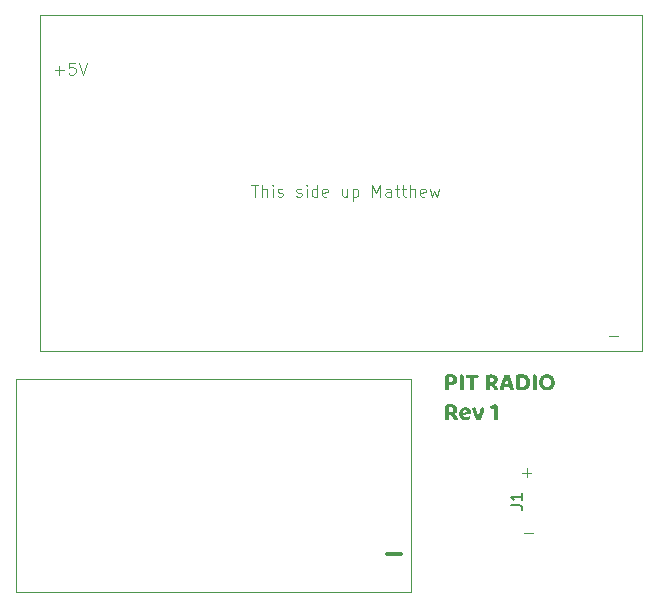
<source format=gbr>
%TF.GenerationSoftware,KiCad,Pcbnew,8.0.6*%
%TF.CreationDate,2025-03-02T18:23:20-07:00*%
%TF.ProjectId,Pit Radio,50697420-5261-4646-996f-2e6b69636164,rev?*%
%TF.SameCoordinates,Original*%
%TF.FileFunction,Legend,Top*%
%TF.FilePolarity,Positive*%
%FSLAX46Y46*%
G04 Gerber Fmt 4.6, Leading zero omitted, Abs format (unit mm)*
G04 Created by KiCad (PCBNEW 8.0.6) date 2025-03-02 18:23:20*
%MOMM*%
%LPD*%
G01*
G04 APERTURE LIST*
%ADD10C,0.100000*%
%ADD11C,0.300000*%
%ADD12C,0.150000*%
G04 APERTURE END LIST*
D10*
X116091027Y-110282419D02*
X116662455Y-110282419D01*
X116376741Y-111282419D02*
X116376741Y-110282419D01*
X116995789Y-111282419D02*
X116995789Y-110282419D01*
X117424360Y-111282419D02*
X117424360Y-110758609D01*
X117424360Y-110758609D02*
X117376741Y-110663371D01*
X117376741Y-110663371D02*
X117281503Y-110615752D01*
X117281503Y-110615752D02*
X117138646Y-110615752D01*
X117138646Y-110615752D02*
X117043408Y-110663371D01*
X117043408Y-110663371D02*
X116995789Y-110710990D01*
X117900551Y-111282419D02*
X117900551Y-110615752D01*
X117900551Y-110282419D02*
X117852932Y-110330038D01*
X117852932Y-110330038D02*
X117900551Y-110377657D01*
X117900551Y-110377657D02*
X117948170Y-110330038D01*
X117948170Y-110330038D02*
X117900551Y-110282419D01*
X117900551Y-110282419D02*
X117900551Y-110377657D01*
X118329122Y-111234800D02*
X118424360Y-111282419D01*
X118424360Y-111282419D02*
X118614836Y-111282419D01*
X118614836Y-111282419D02*
X118710074Y-111234800D01*
X118710074Y-111234800D02*
X118757693Y-111139561D01*
X118757693Y-111139561D02*
X118757693Y-111091942D01*
X118757693Y-111091942D02*
X118710074Y-110996704D01*
X118710074Y-110996704D02*
X118614836Y-110949085D01*
X118614836Y-110949085D02*
X118471979Y-110949085D01*
X118471979Y-110949085D02*
X118376741Y-110901466D01*
X118376741Y-110901466D02*
X118329122Y-110806228D01*
X118329122Y-110806228D02*
X118329122Y-110758609D01*
X118329122Y-110758609D02*
X118376741Y-110663371D01*
X118376741Y-110663371D02*
X118471979Y-110615752D01*
X118471979Y-110615752D02*
X118614836Y-110615752D01*
X118614836Y-110615752D02*
X118710074Y-110663371D01*
X119900551Y-111234800D02*
X119995789Y-111282419D01*
X119995789Y-111282419D02*
X120186265Y-111282419D01*
X120186265Y-111282419D02*
X120281503Y-111234800D01*
X120281503Y-111234800D02*
X120329122Y-111139561D01*
X120329122Y-111139561D02*
X120329122Y-111091942D01*
X120329122Y-111091942D02*
X120281503Y-110996704D01*
X120281503Y-110996704D02*
X120186265Y-110949085D01*
X120186265Y-110949085D02*
X120043408Y-110949085D01*
X120043408Y-110949085D02*
X119948170Y-110901466D01*
X119948170Y-110901466D02*
X119900551Y-110806228D01*
X119900551Y-110806228D02*
X119900551Y-110758609D01*
X119900551Y-110758609D02*
X119948170Y-110663371D01*
X119948170Y-110663371D02*
X120043408Y-110615752D01*
X120043408Y-110615752D02*
X120186265Y-110615752D01*
X120186265Y-110615752D02*
X120281503Y-110663371D01*
X120757694Y-111282419D02*
X120757694Y-110615752D01*
X120757694Y-110282419D02*
X120710075Y-110330038D01*
X120710075Y-110330038D02*
X120757694Y-110377657D01*
X120757694Y-110377657D02*
X120805313Y-110330038D01*
X120805313Y-110330038D02*
X120757694Y-110282419D01*
X120757694Y-110282419D02*
X120757694Y-110377657D01*
X121662455Y-111282419D02*
X121662455Y-110282419D01*
X121662455Y-111234800D02*
X121567217Y-111282419D01*
X121567217Y-111282419D02*
X121376741Y-111282419D01*
X121376741Y-111282419D02*
X121281503Y-111234800D01*
X121281503Y-111234800D02*
X121233884Y-111187180D01*
X121233884Y-111187180D02*
X121186265Y-111091942D01*
X121186265Y-111091942D02*
X121186265Y-110806228D01*
X121186265Y-110806228D02*
X121233884Y-110710990D01*
X121233884Y-110710990D02*
X121281503Y-110663371D01*
X121281503Y-110663371D02*
X121376741Y-110615752D01*
X121376741Y-110615752D02*
X121567217Y-110615752D01*
X121567217Y-110615752D02*
X121662455Y-110663371D01*
X122519598Y-111234800D02*
X122424360Y-111282419D01*
X122424360Y-111282419D02*
X122233884Y-111282419D01*
X122233884Y-111282419D02*
X122138646Y-111234800D01*
X122138646Y-111234800D02*
X122091027Y-111139561D01*
X122091027Y-111139561D02*
X122091027Y-110758609D01*
X122091027Y-110758609D02*
X122138646Y-110663371D01*
X122138646Y-110663371D02*
X122233884Y-110615752D01*
X122233884Y-110615752D02*
X122424360Y-110615752D01*
X122424360Y-110615752D02*
X122519598Y-110663371D01*
X122519598Y-110663371D02*
X122567217Y-110758609D01*
X122567217Y-110758609D02*
X122567217Y-110853847D01*
X122567217Y-110853847D02*
X122091027Y-110949085D01*
X124186265Y-110615752D02*
X124186265Y-111282419D01*
X123757694Y-110615752D02*
X123757694Y-111139561D01*
X123757694Y-111139561D02*
X123805313Y-111234800D01*
X123805313Y-111234800D02*
X123900551Y-111282419D01*
X123900551Y-111282419D02*
X124043408Y-111282419D01*
X124043408Y-111282419D02*
X124138646Y-111234800D01*
X124138646Y-111234800D02*
X124186265Y-111187180D01*
X124662456Y-110615752D02*
X124662456Y-111615752D01*
X124662456Y-110663371D02*
X124757694Y-110615752D01*
X124757694Y-110615752D02*
X124948170Y-110615752D01*
X124948170Y-110615752D02*
X125043408Y-110663371D01*
X125043408Y-110663371D02*
X125091027Y-110710990D01*
X125091027Y-110710990D02*
X125138646Y-110806228D01*
X125138646Y-110806228D02*
X125138646Y-111091942D01*
X125138646Y-111091942D02*
X125091027Y-111187180D01*
X125091027Y-111187180D02*
X125043408Y-111234800D01*
X125043408Y-111234800D02*
X124948170Y-111282419D01*
X124948170Y-111282419D02*
X124757694Y-111282419D01*
X124757694Y-111282419D02*
X124662456Y-111234800D01*
X126329123Y-111282419D02*
X126329123Y-110282419D01*
X126329123Y-110282419D02*
X126662456Y-110996704D01*
X126662456Y-110996704D02*
X126995789Y-110282419D01*
X126995789Y-110282419D02*
X126995789Y-111282419D01*
X127900551Y-111282419D02*
X127900551Y-110758609D01*
X127900551Y-110758609D02*
X127852932Y-110663371D01*
X127852932Y-110663371D02*
X127757694Y-110615752D01*
X127757694Y-110615752D02*
X127567218Y-110615752D01*
X127567218Y-110615752D02*
X127471980Y-110663371D01*
X127900551Y-111234800D02*
X127805313Y-111282419D01*
X127805313Y-111282419D02*
X127567218Y-111282419D01*
X127567218Y-111282419D02*
X127471980Y-111234800D01*
X127471980Y-111234800D02*
X127424361Y-111139561D01*
X127424361Y-111139561D02*
X127424361Y-111044323D01*
X127424361Y-111044323D02*
X127471980Y-110949085D01*
X127471980Y-110949085D02*
X127567218Y-110901466D01*
X127567218Y-110901466D02*
X127805313Y-110901466D01*
X127805313Y-110901466D02*
X127900551Y-110853847D01*
X128233885Y-110615752D02*
X128614837Y-110615752D01*
X128376742Y-110282419D02*
X128376742Y-111139561D01*
X128376742Y-111139561D02*
X128424361Y-111234800D01*
X128424361Y-111234800D02*
X128519599Y-111282419D01*
X128519599Y-111282419D02*
X128614837Y-111282419D01*
X128805314Y-110615752D02*
X129186266Y-110615752D01*
X128948171Y-110282419D02*
X128948171Y-111139561D01*
X128948171Y-111139561D02*
X128995790Y-111234800D01*
X128995790Y-111234800D02*
X129091028Y-111282419D01*
X129091028Y-111282419D02*
X129186266Y-111282419D01*
X129519600Y-111282419D02*
X129519600Y-110282419D01*
X129948171Y-111282419D02*
X129948171Y-110758609D01*
X129948171Y-110758609D02*
X129900552Y-110663371D01*
X129900552Y-110663371D02*
X129805314Y-110615752D01*
X129805314Y-110615752D02*
X129662457Y-110615752D01*
X129662457Y-110615752D02*
X129567219Y-110663371D01*
X129567219Y-110663371D02*
X129519600Y-110710990D01*
X130805314Y-111234800D02*
X130710076Y-111282419D01*
X130710076Y-111282419D02*
X130519600Y-111282419D01*
X130519600Y-111282419D02*
X130424362Y-111234800D01*
X130424362Y-111234800D02*
X130376743Y-111139561D01*
X130376743Y-111139561D02*
X130376743Y-110758609D01*
X130376743Y-110758609D02*
X130424362Y-110663371D01*
X130424362Y-110663371D02*
X130519600Y-110615752D01*
X130519600Y-110615752D02*
X130710076Y-110615752D01*
X130710076Y-110615752D02*
X130805314Y-110663371D01*
X130805314Y-110663371D02*
X130852933Y-110758609D01*
X130852933Y-110758609D02*
X130852933Y-110853847D01*
X130852933Y-110853847D02*
X130376743Y-110949085D01*
X131186267Y-110615752D02*
X131376743Y-111282419D01*
X131376743Y-111282419D02*
X131567219Y-110806228D01*
X131567219Y-110806228D02*
X131757695Y-111282419D01*
X131757695Y-111282419D02*
X131948171Y-110615752D01*
X146323884Y-123121466D02*
X147085789Y-123121466D01*
X99433884Y-100561466D02*
X100195789Y-100561466D01*
X99814836Y-100942419D02*
X99814836Y-100180514D01*
X101148169Y-99942419D02*
X100671979Y-99942419D01*
X100671979Y-99942419D02*
X100624360Y-100418609D01*
X100624360Y-100418609D02*
X100671979Y-100370990D01*
X100671979Y-100370990D02*
X100767217Y-100323371D01*
X100767217Y-100323371D02*
X101005312Y-100323371D01*
X101005312Y-100323371D02*
X101100550Y-100370990D01*
X101100550Y-100370990D02*
X101148169Y-100418609D01*
X101148169Y-100418609D02*
X101195788Y-100513847D01*
X101195788Y-100513847D02*
X101195788Y-100751942D01*
X101195788Y-100751942D02*
X101148169Y-100847180D01*
X101148169Y-100847180D02*
X101100550Y-100894800D01*
X101100550Y-100894800D02*
X101005312Y-100942419D01*
X101005312Y-100942419D02*
X100767217Y-100942419D01*
X100767217Y-100942419D02*
X100671979Y-100894800D01*
X100671979Y-100894800D02*
X100624360Y-100847180D01*
X101481503Y-99942419D02*
X101814836Y-100942419D01*
X101814836Y-100942419D02*
X102148169Y-99942419D01*
D11*
X128725489Y-141549400D02*
X127582632Y-141549400D01*
G36*
X133022276Y-126314412D02*
G01*
X133101811Y-126323348D01*
X133174531Y-126338240D01*
X133252799Y-126363974D01*
X133321252Y-126398287D01*
X133370799Y-126433433D01*
X133428328Y-126491138D01*
X133471728Y-126557503D01*
X133500997Y-126632529D01*
X133516136Y-126716215D01*
X133518443Y-126767923D01*
X133513240Y-126841786D01*
X133495859Y-126916106D01*
X133481441Y-126953670D01*
X133443002Y-127022382D01*
X133391801Y-127081697D01*
X133374829Y-127096919D01*
X133313192Y-127140606D01*
X133247281Y-127172884D01*
X133204836Y-127188143D01*
X133132957Y-127206290D01*
X133054844Y-127216904D01*
X132978422Y-127220017D01*
X132839204Y-127220017D01*
X132839204Y-127628879D01*
X132773625Y-127639870D01*
X132699397Y-127644874D01*
X132684965Y-127645000D01*
X132609591Y-127638478D01*
X132546479Y-127610928D01*
X132512233Y-127542384D01*
X132507644Y-127487463D01*
X132507644Y-126575216D01*
X132837006Y-126575216D01*
X132837006Y-126965027D01*
X132957173Y-126965027D01*
X133034163Y-126956744D01*
X133105717Y-126926599D01*
X133121671Y-126914836D01*
X133167558Y-126852187D01*
X133182615Y-126776934D01*
X133182854Y-126764626D01*
X133172160Y-126687397D01*
X133133749Y-126622361D01*
X133067402Y-126582101D01*
X132986434Y-126567197D01*
X132959371Y-126566423D01*
X132892693Y-126568621D01*
X132837006Y-126575216D01*
X132507644Y-126575216D01*
X132507644Y-126456147D01*
X132529626Y-126390202D01*
X132594106Y-126353932D01*
X132666041Y-126333753D01*
X132671409Y-126332683D01*
X132745666Y-126320028D01*
X132759703Y-126318028D01*
X132833525Y-126311665D01*
X132850561Y-126311434D01*
X132925855Y-126311434D01*
X132935924Y-126311434D01*
X133022276Y-126314412D01*
G37*
G36*
X133898363Y-127645000D02*
G01*
X133822989Y-127638618D01*
X133759877Y-127611660D01*
X133725632Y-127544070D01*
X133721043Y-127490027D01*
X133721043Y-126357962D01*
X133787721Y-126341842D01*
X133861456Y-126332191D01*
X133875282Y-126331950D01*
X133952406Y-126338953D01*
X134011203Y-126363824D01*
X134047711Y-126431526D01*
X134052602Y-126488021D01*
X134052602Y-127628879D01*
X133987023Y-127639870D01*
X133912796Y-127644874D01*
X133898363Y-127645000D01*
G37*
G36*
X134937006Y-126613318D02*
G01*
X134937006Y-127628879D01*
X134871427Y-127639870D01*
X134797199Y-127644874D01*
X134782766Y-127645000D01*
X134707433Y-127638548D01*
X134643548Y-127611294D01*
X134608333Y-127542908D01*
X134603614Y-127488196D01*
X134603614Y-126613318D01*
X134272055Y-126613318D01*
X134247875Y-126560928D01*
X134236151Y-126489853D01*
X134249720Y-126415704D01*
X134267658Y-126389836D01*
X134334690Y-126359436D01*
X134354487Y-126358328D01*
X135276625Y-126358328D01*
X135301905Y-126411085D01*
X135312529Y-126481793D01*
X135298802Y-126554635D01*
X135280655Y-126581078D01*
X135213977Y-126612184D01*
X135194193Y-126613318D01*
X134937006Y-126613318D01*
G37*
G36*
X136451338Y-126334875D02*
G01*
X136530552Y-126343649D01*
X136602735Y-126358273D01*
X136680075Y-126383544D01*
X136747291Y-126417238D01*
X136795572Y-126451751D01*
X136851531Y-126508211D01*
X136893746Y-126573086D01*
X136922216Y-126646376D01*
X136936943Y-126728081D01*
X136939187Y-126778548D01*
X136932890Y-126852787D01*
X136911417Y-126928747D01*
X136874706Y-126998733D01*
X136825217Y-127060970D01*
X136764904Y-127113683D01*
X136700683Y-127153339D01*
X136748739Y-127216563D01*
X136795635Y-127277643D01*
X136841372Y-127336579D01*
X136866280Y-127368394D01*
X136911732Y-127427535D01*
X136955696Y-127488397D01*
X136983517Y-127530694D01*
X136949399Y-127599684D01*
X136912808Y-127633642D01*
X136844516Y-127663552D01*
X136799968Y-127668447D01*
X136725473Y-127658624D01*
X136677602Y-127633642D01*
X136626512Y-127579231D01*
X136597369Y-127536556D01*
X136394769Y-127220017D01*
X136249323Y-127220017D01*
X136249323Y-127647564D01*
X136183743Y-127661852D01*
X136109516Y-127668286D01*
X136095083Y-127668447D01*
X136019710Y-127661925D01*
X135956598Y-127634375D01*
X135922352Y-127565989D01*
X135917763Y-127511277D01*
X135917763Y-126601960D01*
X136244926Y-126601960D01*
X136244926Y-126965027D01*
X136375718Y-126965027D01*
X136451824Y-126957288D01*
X136523861Y-126929124D01*
X136540216Y-126918133D01*
X136587752Y-126858690D01*
X136603349Y-126786692D01*
X136603597Y-126774884D01*
X136591991Y-126701652D01*
X136550306Y-126639983D01*
X136478304Y-126601806D01*
X136404407Y-126588591D01*
X136361064Y-126586939D01*
X136299881Y-126591702D01*
X136244926Y-126601960D01*
X135917763Y-126601960D01*
X135917763Y-126480694D01*
X135939745Y-126414748D01*
X136004225Y-126378845D01*
X136078780Y-126356954D01*
X136155135Y-126343961D01*
X136166891Y-126342575D01*
X136245378Y-126335696D01*
X136320297Y-126332458D01*
X136365094Y-126331950D01*
X136451338Y-126334875D01*
G37*
G36*
X137786594Y-126348088D02*
G01*
X137862253Y-126364150D01*
X137880743Y-126370418D01*
X137943627Y-126408371D01*
X137974898Y-126458346D01*
X138000465Y-126531991D01*
X138024515Y-126604389D01*
X138049551Y-126682583D01*
X138060994Y-126719197D01*
X138084327Y-126793912D01*
X138107797Y-126869681D01*
X138131405Y-126946503D01*
X138155150Y-127024378D01*
X138178757Y-127102529D01*
X138201953Y-127180175D01*
X138224736Y-127257317D01*
X138247107Y-127333956D01*
X138268608Y-127408351D01*
X138291209Y-127487283D01*
X138312129Y-127561172D01*
X138325143Y-127607630D01*
X138261859Y-127649447D01*
X138256266Y-127651594D01*
X138182025Y-127667114D01*
X138147822Y-127668447D01*
X138074476Y-127661443D01*
X138019961Y-127636573D01*
X137978937Y-127575273D01*
X137966472Y-127536189D01*
X137915547Y-127363632D01*
X137501922Y-127363632D01*
X137480928Y-127435014D01*
X137461221Y-127505591D01*
X137458691Y-127514940D01*
X137439015Y-127589490D01*
X137423886Y-127647198D01*
X137366734Y-127661852D01*
X137295293Y-127668447D01*
X137218034Y-127661282D01*
X137154609Y-127635840D01*
X137111086Y-127573679D01*
X137107348Y-127541318D01*
X137115774Y-127484166D01*
X137134825Y-127420418D01*
X137155369Y-127347427D01*
X137176957Y-127278635D01*
X137200129Y-127207338D01*
X137223021Y-127137555D01*
X137232566Y-127108642D01*
X137556877Y-127108642D01*
X137858761Y-127108642D01*
X137838478Y-127035352D01*
X137818021Y-126963858D01*
X137795088Y-126886528D01*
X137785854Y-126856217D01*
X137763872Y-126784068D01*
X137742337Y-126712059D01*
X137723572Y-126647756D01*
X137711116Y-126647756D01*
X137686953Y-126722082D01*
X137661455Y-126796732D01*
X137638210Y-126862445D01*
X137611691Y-126938280D01*
X137586174Y-127015116D01*
X137564066Y-127085125D01*
X137556877Y-127108642D01*
X137232566Y-127108642D01*
X137237041Y-127095087D01*
X137262182Y-127020451D01*
X137285953Y-126950769D01*
X137305917Y-126892854D01*
X137330341Y-126822490D01*
X137356393Y-126748396D01*
X137375526Y-126694651D01*
X137401884Y-126620512D01*
X137427970Y-126546621D01*
X137436709Y-126521727D01*
X137462080Y-126451293D01*
X137483237Y-126396796D01*
X137553711Y-126368371D01*
X137581057Y-126360893D01*
X137655606Y-126346969D01*
X137712948Y-126343674D01*
X137786594Y-126348088D01*
G37*
G36*
X139032569Y-126311044D02*
G01*
X139108338Y-126318669D01*
X139189144Y-126333323D01*
X139248747Y-126349169D01*
X139320540Y-126375344D01*
X139386305Y-126408533D01*
X139452308Y-126453634D01*
X139476625Y-126474099D01*
X139531816Y-126530950D01*
X139578778Y-126596173D01*
X139614008Y-126662032D01*
X139624270Y-126685491D01*
X139649773Y-126760447D01*
X139665435Y-126833204D01*
X139674502Y-126911732D01*
X139677027Y-126985177D01*
X139673867Y-127067884D01*
X139664387Y-127145279D01*
X139648588Y-127217361D01*
X139626468Y-127284131D01*
X139594755Y-127352868D01*
X139551836Y-127421289D01*
X139500831Y-127481339D01*
X139483953Y-127497721D01*
X139422794Y-127546923D01*
X139354266Y-127587824D01*
X139286288Y-127617538D01*
X139262302Y-127625949D01*
X139187090Y-127646492D01*
X139107356Y-127660312D01*
X139032686Y-127666953D01*
X138974340Y-127668447D01*
X138898649Y-127668447D01*
X138893007Y-127668447D01*
X138817734Y-127664819D01*
X138799951Y-127662951D01*
X138725211Y-127652030D01*
X138703963Y-127647930D01*
X138630941Y-127628824D01*
X138615669Y-127623384D01*
X138548693Y-127583868D01*
X138511019Y-127520711D01*
X138505760Y-127477937D01*
X138505760Y-126609654D01*
X138835122Y-126609654D01*
X138835122Y-127400635D01*
X138901434Y-127410526D01*
X138976538Y-127413457D01*
X139054574Y-127407069D01*
X139132292Y-127384609D01*
X139199345Y-127345979D01*
X139238122Y-127311242D01*
X139285054Y-127245515D01*
X139313876Y-127173273D01*
X139329141Y-127099392D01*
X139335114Y-127015553D01*
X139335209Y-127002763D01*
X139331680Y-126928325D01*
X139318642Y-126850923D01*
X139291977Y-126774914D01*
X139252765Y-126712185D01*
X139234825Y-126692086D01*
X139173784Y-126642675D01*
X139103179Y-126609435D01*
X139023010Y-126592366D01*
X138974340Y-126589870D01*
X138902533Y-126589870D01*
X138835122Y-126609654D01*
X138505760Y-126609654D01*
X138505760Y-126458346D01*
X138527742Y-126392034D01*
X138592222Y-126353565D01*
X138664403Y-126334147D01*
X138739848Y-126321138D01*
X138775771Y-126317295D01*
X138851872Y-126311602D01*
X138927606Y-126308717D01*
X138953091Y-126308503D01*
X139032569Y-126311044D01*
G37*
G36*
X140075265Y-127645000D02*
G01*
X139999891Y-127638618D01*
X139936779Y-127611660D01*
X139902533Y-127544070D01*
X139897944Y-127490027D01*
X139897944Y-126357962D01*
X139964623Y-126341842D01*
X140038357Y-126332191D01*
X140052184Y-126331950D01*
X140129308Y-126338953D01*
X140188105Y-126363824D01*
X140224612Y-126431526D01*
X140229504Y-126488021D01*
X140229504Y-127628879D01*
X140163925Y-127639870D01*
X140089697Y-127644874D01*
X140075265Y-127645000D01*
G37*
G36*
X141188513Y-126312038D02*
G01*
X141262302Y-126322645D01*
X141340756Y-126342723D01*
X141371095Y-126353199D01*
X141443316Y-126384984D01*
X141509312Y-126424926D01*
X141569082Y-126473026D01*
X141580289Y-126483625D01*
X141631981Y-126541177D01*
X141676231Y-126606672D01*
X141709693Y-126672408D01*
X141719508Y-126695750D01*
X141743947Y-126769771D01*
X141760389Y-126850052D01*
X141768288Y-126926668D01*
X141770066Y-126987376D01*
X141766952Y-127067793D01*
X141757609Y-127143447D01*
X141739655Y-127222865D01*
X141720240Y-127280467D01*
X141689319Y-127348731D01*
X141647688Y-127416966D01*
X141598400Y-127477187D01*
X141582121Y-127493691D01*
X141523789Y-127543265D01*
X141459160Y-127584824D01*
X141388234Y-127618369D01*
X141373293Y-127624117D01*
X141296114Y-127647494D01*
X141223103Y-127661131D01*
X141146731Y-127667754D01*
X141111709Y-127668447D01*
X141033814Y-127664940D01*
X140959223Y-127654420D01*
X140887935Y-127636888D01*
X140849759Y-127624117D01*
X140777838Y-127592174D01*
X140712286Y-127552218D01*
X140653103Y-127504247D01*
X140642030Y-127493691D01*
X140591025Y-127435874D01*
X140547462Y-127370043D01*
X140514618Y-127303943D01*
X140505010Y-127280467D01*
X140481101Y-127205737D01*
X140465018Y-127124980D01*
X140457290Y-127048135D01*
X140455551Y-126987376D01*
X140795170Y-126987376D01*
X140799255Y-127070105D01*
X140811509Y-127143262D01*
X140835518Y-127215150D01*
X140875282Y-127281079D01*
X140880533Y-127287428D01*
X140939946Y-127339978D01*
X141011022Y-127373066D01*
X141084963Y-127386203D01*
X141111709Y-127387079D01*
X141188770Y-127379196D01*
X141263245Y-127351948D01*
X141325985Y-127305237D01*
X141342519Y-127287428D01*
X141383960Y-127223257D01*
X141409411Y-127152932D01*
X141424146Y-127070105D01*
X141428248Y-126987376D01*
X141424146Y-126905520D01*
X141411839Y-126833062D01*
X141387727Y-126761758D01*
X141347793Y-126696212D01*
X141342519Y-126689888D01*
X141283299Y-126637144D01*
X141212345Y-126603935D01*
X141138452Y-126590749D01*
X141111709Y-126589870D01*
X141035447Y-126597782D01*
X140961315Y-126625130D01*
X140898346Y-126672014D01*
X140881632Y-126689888D01*
X140839837Y-126753708D01*
X140814168Y-126823478D01*
X140799308Y-126905520D01*
X140795170Y-126987376D01*
X140455551Y-126987376D01*
X140458711Y-126907050D01*
X140468190Y-126831671D01*
X140486409Y-126752781D01*
X140506109Y-126695750D01*
X140537562Y-126627869D01*
X140579579Y-126559991D01*
X140629039Y-126500056D01*
X140645327Y-126483625D01*
X140703710Y-126433894D01*
X140768031Y-126392320D01*
X140838291Y-126358903D01*
X140853056Y-126353199D01*
X140929635Y-126329629D01*
X141001859Y-126315879D01*
X141077214Y-126309201D01*
X141111709Y-126308503D01*
X141188513Y-126312038D01*
G37*
G36*
X133041219Y-128854875D02*
G01*
X133120433Y-128863649D01*
X133192616Y-128878273D01*
X133269956Y-128903544D01*
X133337173Y-128937238D01*
X133385453Y-128971751D01*
X133441412Y-129028211D01*
X133483627Y-129093086D01*
X133512098Y-129166376D01*
X133526824Y-129248081D01*
X133529068Y-129298548D01*
X133522771Y-129372787D01*
X133501299Y-129448747D01*
X133464588Y-129518733D01*
X133415098Y-129580970D01*
X133354786Y-129633683D01*
X133290565Y-129673339D01*
X133338620Y-129736563D01*
X133385516Y-129797643D01*
X133431253Y-129856579D01*
X133456161Y-129888394D01*
X133501613Y-129947535D01*
X133545577Y-130008397D01*
X133573398Y-130050694D01*
X133539280Y-130119684D01*
X133502690Y-130153642D01*
X133434397Y-130183552D01*
X133389849Y-130188447D01*
X133315354Y-130178624D01*
X133267484Y-130153642D01*
X133216393Y-130099231D01*
X133187250Y-130056556D01*
X132984651Y-129740017D01*
X132839204Y-129740017D01*
X132839204Y-130167564D01*
X132773625Y-130181852D01*
X132699397Y-130188286D01*
X132684965Y-130188447D01*
X132609591Y-130181925D01*
X132546479Y-130154375D01*
X132512233Y-130085989D01*
X132507644Y-130031277D01*
X132507644Y-129121960D01*
X132834808Y-129121960D01*
X132834808Y-129485027D01*
X132965600Y-129485027D01*
X133041706Y-129477288D01*
X133113742Y-129449124D01*
X133130097Y-129438133D01*
X133177633Y-129378690D01*
X133193231Y-129306692D01*
X133193478Y-129294884D01*
X133181873Y-129221652D01*
X133140187Y-129159983D01*
X133068185Y-129121806D01*
X132994288Y-129108591D01*
X132950945Y-129106939D01*
X132889762Y-129111702D01*
X132834808Y-129121960D01*
X132507644Y-129121960D01*
X132507644Y-129000694D01*
X132529626Y-128934748D01*
X132594106Y-128898845D01*
X132668661Y-128876954D01*
X132745017Y-128863961D01*
X132756772Y-128862575D01*
X132835259Y-128855696D01*
X132910178Y-128852458D01*
X132954975Y-128851950D01*
X133041219Y-128854875D01*
G37*
G36*
X134270395Y-129114404D02*
G01*
X134343450Y-129128005D01*
X134389291Y-129142110D01*
X134458049Y-129172598D01*
X134522763Y-129215034D01*
X134543531Y-129232602D01*
X134594411Y-129287991D01*
X134634211Y-129352215D01*
X134643548Y-129372187D01*
X134668092Y-129445838D01*
X134678575Y-129519251D01*
X134679452Y-129548775D01*
X134663989Y-129621609D01*
X134643548Y-129648426D01*
X134576943Y-129684427D01*
X134542431Y-129692023D01*
X133993618Y-129773356D01*
X134027999Y-129839974D01*
X134083512Y-129889874D01*
X134096933Y-129897187D01*
X134166105Y-129921981D01*
X134244114Y-129932891D01*
X134268025Y-129933457D01*
X134343569Y-129928969D01*
X134419995Y-129914200D01*
X134434720Y-129910010D01*
X134505429Y-129884914D01*
X134561482Y-129857254D01*
X134612557Y-129911855D01*
X134613872Y-129914040D01*
X134635039Y-129985095D01*
X134635122Y-129990244D01*
X134615531Y-130063099D01*
X134605446Y-130077438D01*
X134548912Y-130126348D01*
X134524480Y-130139720D01*
X134452466Y-130165709D01*
X134402114Y-130176357D01*
X134328017Y-130185424D01*
X134252395Y-130188435D01*
X134247142Y-130188447D01*
X134171150Y-130185048D01*
X134091856Y-130173458D01*
X134017065Y-130153642D01*
X133947988Y-130125731D01*
X133880531Y-130086198D01*
X133835348Y-130050327D01*
X133783056Y-129993827D01*
X133739933Y-129927641D01*
X133716280Y-129878136D01*
X133691667Y-129802865D01*
X133678157Y-129727073D01*
X133673218Y-129652865D01*
X133673049Y-129635603D01*
X133676455Y-129562697D01*
X133972735Y-129562697D01*
X134375736Y-129498583D01*
X134352767Y-129428333D01*
X134327009Y-129393803D01*
X134263228Y-129353810D01*
X134194385Y-129344344D01*
X134120775Y-129355143D01*
X134054980Y-129390681D01*
X134043443Y-129400764D01*
X133997982Y-129464262D01*
X133976164Y-129537005D01*
X133972735Y-129562697D01*
X133676455Y-129562697D01*
X133676469Y-129562400D01*
X133688290Y-129487724D01*
X133711045Y-129413681D01*
X133716280Y-129401130D01*
X133752825Y-129331458D01*
X133797613Y-129271368D01*
X133832051Y-129236632D01*
X133894734Y-129189154D01*
X133964310Y-129153285D01*
X133998747Y-129140645D01*
X134070085Y-129121892D01*
X134142865Y-129111794D01*
X134192187Y-129109870D01*
X134270395Y-129114404D01*
G37*
G36*
X135650683Y-129109870D02*
G01*
X135724471Y-129121749D01*
X135761325Y-129140279D01*
X135803161Y-129204661D01*
X135806755Y-129241395D01*
X135796113Y-129315311D01*
X135790635Y-129338482D01*
X135771208Y-129412241D01*
X135749602Y-129485394D01*
X135726080Y-129559265D01*
X135701727Y-129632129D01*
X135691716Y-129661249D01*
X135666952Y-129730972D01*
X135639427Y-129805111D01*
X135624305Y-129844431D01*
X135596147Y-129915128D01*
X135566094Y-129986935D01*
X135555429Y-130011493D01*
X135525198Y-130078592D01*
X135494246Y-130140819D01*
X135426763Y-130171500D01*
X135417309Y-130174159D01*
X135344460Y-130186758D01*
X135302271Y-130188447D01*
X135226034Y-130182419D01*
X135175875Y-130169396D01*
X135113227Y-130127424D01*
X135099672Y-130107480D01*
X135066974Y-130037963D01*
X135054242Y-130007829D01*
X135024975Y-129935548D01*
X134997090Y-129864214D01*
X134970272Y-129792367D01*
X134944993Y-129722135D01*
X134935174Y-129694221D01*
X134909877Y-129620757D01*
X134885184Y-129547414D01*
X134873991Y-129513604D01*
X134850605Y-129441530D01*
X134827044Y-129367158D01*
X134819036Y-129341413D01*
X134797672Y-129268018D01*
X134779103Y-129193401D01*
X134836106Y-129142686D01*
X134849811Y-129134783D01*
X134922076Y-129111427D01*
X134947997Y-129109870D01*
X135022386Y-129121319D01*
X135057540Y-129139180D01*
X135103844Y-129198633D01*
X135120921Y-129246524D01*
X135213611Y-129589441D01*
X135234150Y-129663017D01*
X135254689Y-129735505D01*
X135264169Y-129768593D01*
X135285314Y-129842653D01*
X135302271Y-129906346D01*
X135312896Y-129906346D01*
X135334053Y-129830840D01*
X135355211Y-129752423D01*
X135376368Y-129671096D01*
X135394503Y-129599072D01*
X135409616Y-129537418D01*
X135427669Y-129462851D01*
X135445285Y-129388903D01*
X135462462Y-129315572D01*
X135479202Y-129242861D01*
X135495504Y-129170767D01*
X135500840Y-129146873D01*
X135570908Y-129119121D01*
X135645413Y-129109907D01*
X135650683Y-129109870D01*
G37*
G36*
X136385976Y-129259713D02*
G01*
X136330700Y-129210147D01*
X136326992Y-129205858D01*
X136299171Y-129137989D01*
X136297316Y-129108405D01*
X136313810Y-129036231D01*
X136363292Y-128979901D01*
X136428313Y-128945599D01*
X136436901Y-128942442D01*
X136683464Y-128851950D01*
X136755272Y-128851950D01*
X136827537Y-128864132D01*
X136883866Y-128900676D01*
X136923265Y-128965051D01*
X136932592Y-129028904D01*
X136932592Y-130146681D01*
X136871409Y-130159138D01*
X136795730Y-130164948D01*
X136787145Y-130165000D01*
X136713966Y-130159039D01*
X136649759Y-130133859D01*
X136612605Y-130068207D01*
X136607627Y-130014424D01*
X136607627Y-129181678D01*
X136385976Y-129259713D01*
G37*
D10*
X139023884Y-134661466D02*
X139785789Y-134661466D01*
X139404836Y-135042419D02*
X139404836Y-134280514D01*
X139153884Y-139721466D02*
X139915789Y-139721466D01*
D12*
X138024819Y-137413333D02*
X138739104Y-137413333D01*
X138739104Y-137413333D02*
X138881961Y-137460952D01*
X138881961Y-137460952D02*
X138977200Y-137556190D01*
X138977200Y-137556190D02*
X139024819Y-137699047D01*
X139024819Y-137699047D02*
X139024819Y-137794285D01*
X139024819Y-136413333D02*
X139024819Y-136984761D01*
X139024819Y-136699047D02*
X138024819Y-136699047D01*
X138024819Y-136699047D02*
X138167676Y-136794285D01*
X138167676Y-136794285D02*
X138262914Y-136889523D01*
X138262914Y-136889523D02*
X138310533Y-136984761D01*
%TO.C,UNIT_1*%
D10*
X149120000Y-95880000D02*
X98180000Y-95880000D01*
X98180000Y-124320000D01*
X149120000Y-124320000D01*
X149120000Y-95880000D01*
%TO.C,U2*%
X129575000Y-126750000D02*
X96175000Y-126750000D01*
X96175000Y-144750000D01*
X129575000Y-144750000D01*
X129575000Y-126750000D01*
%TD*%
M02*

</source>
